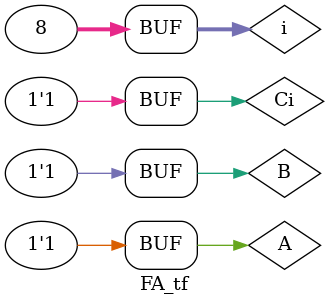
<source format=v>
`timescale 1ns / 1ps


module FA_tf;

	// Inputs
	reg A;
	reg B;
	reg Ci;

	// Outputs
	wire Y;
	wire Co;
	integer i;

	// Instantiate the Unit Under Test (UUT)
	FA uut (
		.A(A), 
		.B(B), 
		.Ci(Ci), 
		.Y(Y), 
		.Co(Co)
	);

	initial begin
		// Initialize Inputs
		A = 0;
		B = 0;
		Ci = 0;
		i  = 0;

		// Wait 100 ns for global reset to finish
		#100;

		// Add stimulus here
		
		for (i=0; i<8; i=i+1)
		   begin
			{Ci,A,B} = i[2:0];
			#25
			if (Y !== A + B + Ci) $display("Error");
			else                  $write(".");
			end
        

	end
      
endmodule


</source>
